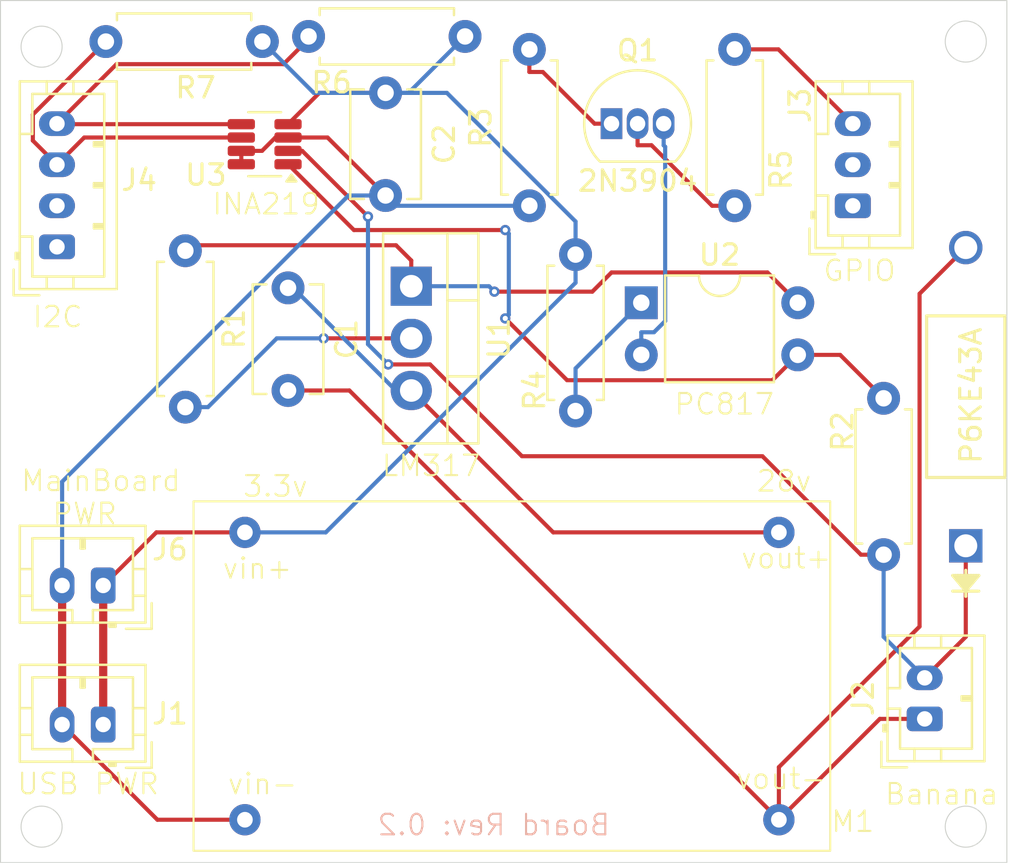
<source format=kicad_pcb>
(kicad_pcb (version 20240108) (generator "pcbnew") (generator_version "8.0")
  (layers (0 "F.Cu" signal) (31 "B.Cu" signal) (34 "B.Paste" user) (35 "F.Paste" user) (36 "B.SilkS" user "B.Silkscreen") (37 "F.SilkS" user "F.Silkscreen") (38 "B.Mask" user) (39 "F.Mask" user) (44 "Edge.Cuts" user))
  (net 0 "")
  (net 1 "GND_28")
  (net 2 "GND_3p3")
  (net 3 "3.3v")
  (net 5 "Net-(J3-Pin_3)")
  (net 6 "Net-(J4-Pin_4)")
  (net 8 "Net-(Q1-C)")
  (net 9 "Net-(Q1-B)")
  (net 10 "Net-(Q1-E)")
  (net 11 "Net-(U1-ADJ)")
  (net 12 "Net-(U1-VO)")
  (net 13 "Net-(U3-IN+)")
  (net 14 "Net-(R4-Pad2)")
  (net 15 "Net-(J4-Pin_3)")
  (net 16 "VCC_28")
  (net 17 "Net-(J2-Pin_2)")
  (footprint "Connector_JST:JST_PH_B2B-PH-K_1x02_P2.00mm_Vertical" (layer "F.Cu") (at 225 84 90)
    (property "Reference" "J2" (at 1 -3 90) (layer "F.SilkS"))
    (property "Value" "BANANA_OUT")
    (fp_line (start -1.11 -2.11) (end -2.36 -2.11) (stroke (width 0.12)) (layer "F.SilkS"))
    (fp_line (start -2.36 -2.11) (end -2.36 -0.86) (stroke (width 0.12)) (layer "F.SilkS"))
    (fp_line (start -0.3 -2.01) (end -0.6 -2.01) (stroke (width 0.12)) (layer "F.SilkS"))
    (fp_line (start -0.6 -2.01) (end -0.6 -1.81) (stroke (width 0.12)) (layer "F.SilkS"))
    (fp_line (start -0.3 -1.91) (end -0.6 -1.91) (stroke (width 0.12)) (layer "F.SilkS"))
    (fp_line (start 4.06 -1.81) (end -2.06 -1.81) (stroke (width 0.12)) (layer "F.SilkS"))
    (fp_line (start 0.5 -1.81) (end 0.5 -1.2) (stroke (width 0.12)) (layer "F.SilkS"))
    (fp_line (start -0.3 -1.81) (end -0.3 -2.01) (stroke (width 0.12)) (layer "F.SilkS"))
    (fp_line (start -2.06 -1.81) (end -2.06 2.91) (stroke (width 0.12)) (layer "F.SilkS"))
    (fp_line (start 3.45 -1.2) (end 1.5 -1.2) (stroke (width 0.12)) (layer "F.SilkS"))
    (fp_line (start 1.5 -1.2) (end 1.5 -1.81) (stroke (width 0.12)) (layer "F.SilkS"))
    (fp_line (start 0.5 -1.2) (end -1.45 -1.2) (stroke (width 0.12)) (layer "F.SilkS"))
    (fp_line (start -1.45 -1.2) (end -1.45 2.3) (stroke (width 0.12)) (layer "F.SilkS"))
    (fp_line (start 4.06 -0.5) (end 3.45 -0.5) (stroke (width 0.12)) (layer "F.SilkS"))
    (fp_line (start -2.06 -0.5) (end -1.45 -0.5) (stroke (width 0.12)) (layer "F.SilkS"))
    (fp_line (start 4.06 0.8) (end 3.45 0.8) (stroke (width 0.12)) (layer "F.SilkS"))
    (fp_line (start -2.06 0.8) (end -1.45 0.8) (stroke (width 0.12)) (layer "F.SilkS"))
    (fp_line (start 1.1 1.8) (end 1.1 2.3) (stroke (width 0.12)) (layer "F.SilkS"))
    (fp_line (start 0.9 1.8) (end 1.1 1.8) (stroke (width 0.12)) (layer "F.SilkS"))
    (fp_line (start 3.45 2.3) (end 3.45 -1.2) (stroke (width 0.12)) (layer "F.SilkS"))
    (fp_line (start 1 2.3) (end 1 1.8) (stroke (width 0.12)) (layer "F.SilkS"))
    (fp_line (start 0.9 2.3) (end 0.9 1.8) (stroke (width 0.12)) (layer "F.SilkS"))
    (fp_line (start -1.45 2.3) (end 3.45 2.3) (stroke (width 0.12)) (layer "F.SilkS"))
    (fp_line (start 4.06 2.91) (end 4.06 -1.81) (stroke (width 0.12)) (layer "F.SilkS"))
    (fp_line (start -2.06 2.91) (end 4.06 2.91) (stroke (width 0.12)) (layer "F.SilkS"))
    (pad "1" thru_hole roundrect (at 0 0 90) (size 1.2 1.75) (drill 0.75) (layers "*.Cu" "*.Mask") (roundrect_rratio 0.208333) (net 1 "GND_28"))
    (pad "2" thru_hole oval (at 2 0 90) (size 1.2 1.75) (drill 0.75) (layers "*.Cu" "*.Mask") (net 17 "Net-(J2-Pin_2)"))
  )
  (footprint "Capacitor_THT:C_Disc_D5.1mm_W3.2mm_P5.00mm" (layer "F.Cu") (at 194 63 -90)
    (property "Reference" "C1" (at 2.5 -2.85 90) (layer "F.SilkS"))
    (property "Value" ".1uF" (hide yes))
    (fp_line (start -0.17 1.721) (end 5.17 1.721) (stroke (width 0.12)) (layer "F.SilkS"))
    (fp_line (start -0.17 1.055) (end -0.17 1.721) (stroke (width 0.12)) (layer "F.SilkS"))
    (fp_line (start 5.17 1.055) (end 5.17 1.721) (stroke (width 0.12)) (layer "F.SilkS"))
    (fp_line (start -0.17 -1.721) (end -0.17 -1.055) (stroke (width 0.12)) (layer "F.SilkS"))
    (fp_line (start -0.17 -1.721) (end 5.17 -1.721) (stroke (width 0.12)) (layer "F.SilkS"))
    (fp_line (start 5.17 -1.721) (end 5.17 -1.055) (stroke (width 0.12)) (layer "F.SilkS"))
    (pad "1" thru_hole circle (at 0 0 270) (size 1.6 1.6) (drill 0.8) (layers "*.Cu" "*.Mask") (net 16 "VCC_28"))
    (pad "2" thru_hole circle (at 5 0 270) (size 1.6 1.6) (drill 0.8) (layers "*.Cu" "*.Mask") (net 1 "GND_28"))
  )
  (footprint "Package_TO_SOT_SMD:SOT-23-8" (layer "F.Cu") (at 192.8625 56 180)
    (property "Reference" "U3" (at 2.8625 -1.5 0) (layer "F.SilkS"))
    (property "Value" "INA219BxDCN" (hide yes))
    (fp_line (start 0 1.56) (end 0.8 1.56) (stroke (width 0.12)) (layer "F.SilkS"))
    (fp_line (start 0 1.56) (end -0.8 1.56) (stroke (width 0.12)) (layer "F.SilkS"))
    (fp_line (start 0 -1.56) (end 0.8 -1.56) (stroke (width 0.12)) (layer "F.SilkS"))
    (fp_line (start 0 -1.56) (end -0.8 -1.56) (stroke (width 0.12)) (layer "F.SilkS"))
    (fp_poly (pts (xy -1.3 -1.485) (xy -1.54 -1.815) (xy -1.06 -1.815) (xy -1.3 -1.485)) (stroke (width 0.12)) (fill solid) (layer "F.SilkS"))
    (pad "1" smd roundrect (at -1.1375 -0.975 180) (size 1.325 0.5) (layers "F.Cu" "F.Paste" "F.Mask") (net 13 "Net-(U3-IN+)"))
    (pad "2" smd roundrect (at -1.1375 -0.325 180) (size 1.325 0.5) (layers "F.Cu" "F.Paste" "F.Mask") (net 17 "Net-(J2-Pin_2)"))
    (pad "3" smd roundrect (at -1.1375 0.325 180) (size 1.325 0.5) (layers "F.Cu" "F.Paste" "F.Mask") (net 2 "GND_3p3"))
    (pad "4" smd roundrect (at -1.1375 0.975 180) (size 1.325 0.5) (layers "F.Cu" "F.Paste" "F.Mask") (net 3 "3.3v"))
    (pad "5" smd roundrect (at 1.1375 0.975 180) (size 1.325 0.5) (layers "F.Cu" "F.Paste" "F.Mask") (net 6 "Net-(J4-Pin_4)"))
    (pad "6" smd roundrect (at 1.1375 0.325 180) (size 1.325 0.5) (layers "F.Cu" "F.Paste" "F.Mask") (net 15 "Net-(J4-Pin_3)"))
    (pad "7" smd roundrect (at 1.1375 -0.325 180) (size 1.325 0.5) (layers "F.Cu" "F.Paste" "F.Mask") (net 2 "GND_3p3"))
    (pad "8" smd roundrect (at 1.1375 -0.975 180) (size 1.325 0.5) (layers "F.Cu" "F.Paste" "F.Mask") (net 2 "GND_3p3"))
  )
  (footprint "Resistor_THT:R_Axial_DIN0207_L6.3mm_D2.5mm_P7.62mm_Horizontal" (layer "F.Cu") (at 185.13 51)
    (property "Reference" "R7" (at 4.37 2.25 0) (layer "F.SilkS"))
    (property "Value" "3.3K")
    (fp_line (start 0.54 -1.37) (end 7.08 -1.37) (stroke (width 0.12)) (layer "F.SilkS"))
    (fp_line (start 0.54 -1.04) (end 0.54 -1.37) (stroke (width 0.12)) (layer "F.SilkS"))
    (fp_line (start 0.54 1.04) (end 0.54 1.37) (stroke (width 0.12)) (layer "F.SilkS"))
    (fp_line (start 0.54 1.37) (end 7.08 1.37) (stroke (width 0.12)) (layer "F.SilkS"))
    (fp_line (start 7.08 -1.37) (end 7.08 -1.04) (stroke (width 0.12)) (layer "F.SilkS"))
    (fp_line (start 7.08 1.37) (end 7.08 1.04) (stroke (width 0.12)) (layer "F.SilkS"))
    (pad "1" thru_hole circle (at 0 0) (size 1.6 1.6) (drill 0.8) (layers "*.Cu" "*.Mask") (net 15 "Net-(J4-Pin_3)"))
    (pad "2" thru_hole oval (at 7.62 0) (size 1.6 1.6) (drill 0.8) (layers "*.Cu" "*.Mask") (net 3 "3.3v"))
  )
  (footprint "Capacitor_THT:C_Disc_D5.1mm_W3.2mm_P5.00mm" (layer "F.Cu") (at 198.75 53.5 -90)
    (property "Reference" "C2" (at 2.5 -2.85 90) (layer "F.SilkS"))
    (property "Value" ".1uF")
    (fp_line (start -0.17 1.721) (end 5.17 1.721) (stroke (width 0.12)) (layer "F.SilkS"))
    (fp_line (start -0.17 1.055) (end -0.17 1.721) (stroke (width 0.12)) (layer "F.SilkS"))
    (fp_line (start 5.17 1.055) (end 5.17 1.721) (stroke (width 0.12)) (layer "F.SilkS"))
    (fp_line (start -0.17 -1.721) (end -0.17 -1.055) (stroke (width 0.12)) (layer "F.SilkS"))
    (fp_line (start -0.17 -1.721) (end 5.17 -1.721) (stroke (width 0.12)) (layer "F.SilkS"))
    (fp_line (start 5.17 -1.721) (end 5.17 -1.055) (stroke (width 0.12)) (layer "F.SilkS"))
    (pad "1" thru_hole circle (at 0 0 270) (size 1.6 1.6) (drill 0.8) (layers "*.Cu" "*.Mask") (net 3 "3.3v"))
    (pad "2" thru_hole circle (at 5 0 270) (size 1.6 1.6) (drill 0.8) (layers "*.Cu" "*.Mask") (net 2 "GND_3p3"))
  )
  (footprint "Resistor_THT:R_Axial_DIN0207_L6.3mm_D2.5mm_P7.62mm_Horizontal" (layer "F.Cu") (at 189 61.19 -90)
    (property "Reference" "R1" (at 3.81 -2.37 90) (layer "F.SilkS"))
    (property "Value" "110")
    (fp_line (start 0.54 1.37) (end 7.08 1.37) (stroke (width 0.12)) (layer "F.SilkS"))
    (fp_line (start 7.08 1.37) (end 7.08 1.04) (stroke (width 0.12)) (layer "F.SilkS"))
    (fp_line (start 0.54 1.04) (end 0.54 1.37) (stroke (width 0.12)) (layer "F.SilkS"))
    (fp_line (start 0.54 -1.04) (end 0.54 -1.37) (stroke (width 0.12)) (layer "F.SilkS"))
    (fp_line (start 0.54 -1.37) (end 7.08 -1.37) (stroke (width 0.12)) (layer "F.SilkS"))
    (fp_line (start 7.08 -1.37) (end 7.08 -1.04) (stroke (width 0.12)) (layer "F.SilkS"))
    (pad "1" thru_hole circle (at 0 0 270) (size 1.6 1.6) (drill 0.8) (layers "*.Cu" "*.Mask") (net 11 "Net-(U1-ADJ)"))
    (pad "2" thru_hole oval (at 7.62 0 270) (size 1.6 1.6) (drill 0.8) (layers "*.Cu" "*.Mask") (net 12 "Net-(U1-VO)"))
  )
  (footprint "Package_DIP:DIP-4_W7.62mm" (layer "F.Cu") (at 211.2 63.725)
    (property "Reference" "U2" (at 3.81 -2.33 0) (layer "F.SilkS"))
    (property "Value" "PC817" (hide yes))
    (fp_line (start 1.16 -1.33) (end 1.16 3.87) (stroke (width 0.12)) (layer "F.SilkS"))
    (fp_line (start 1.16 3.87) (end 6.46 3.87) (stroke (width 0.12)) (layer "F.SilkS"))
    (fp_line (start 2.81 -1.33) (end 1.16 -1.33) (stroke (width 0.12)) (layer "F.SilkS"))
    (fp_line (start 6.46 -1.33) (end 4.81 -1.33) (stroke (width 0.12)) (layer "F.SilkS"))
    (fp_line (start 6.46 3.87) (end 6.46 -1.33) (stroke (width 0.12)) (layer "F.SilkS"))
    (fp_arc (start 4.81 -1.33) (mid 3.81 -0.33) (end 2.81 -1.33) (stroke (width 0.12)) (layer "F.SilkS"))
    (pad "1" thru_hole rect (at 0 0) (size 1.6 1.6) (drill 0.8) (layers "*.Cu" "*.Mask") (net 14 "Net-(R4-Pad2)"))
    (pad "2" thru_hole oval (at 0 2.54) (size 1.6 1.6) (drill 0.8) (layers "*.Cu" "*.Mask") (net 8 "Net-(Q1-C)"))
    (pad "3" thru_hole oval (at 7.62 2.54) (size 1.6 1.6) (drill 0.8) (layers "*.Cu" "*.Mask") (net 13 "Net-(U3-IN+)"))
    (pad "4" thru_hole oval (at 7.62 0) (size 1.6 1.6) (drill 0.8) (layers "*.Cu" "*.Mask") (net 11 "Net-(U1-ADJ)"))
  )
  (footprint "Connector_JST:JST_PH_B4B-PH-K_1x04_P2.00mm_Vertical" (layer "F.Cu") (at 182.75 61 90)
    (property "Reference" "J4" (at 3.25 4 0) (layer "F.SilkS"))
    (property "Value" "I2C Connector")
    (fp_line (start -1.11 -2.11) (end -2.36 -2.11) (stroke (width 0.12)) (layer "F.SilkS"))
    (fp_line (start -2.36 -2.11) (end -2.36 -0.86) (stroke (width 0.12)) (layer "F.SilkS"))
    (fp_line (start -0.3 -2.01) (end -0.6 -2.01) (stroke (width 0.12)) (layer "F.SilkS"))
    (fp_line (start -0.6 -2.01) (end -0.6 -1.81) (stroke (width 0.12)) (layer "F.SilkS"))
    (fp_line (start -0.3 -1.91) (end -0.6 -1.91) (stroke (width 0.12)) (layer "F.SilkS"))
    (fp_line (start 8.06 -1.81) (end -2.06 -1.81) (stroke (width 0.12)) (layer "F.SilkS"))
    (fp_line (start 0.5 -1.81) (end 0.5 -1.2) (stroke (width 0.12)) (layer "F.SilkS"))
    (fp_line (start -0.3 -1.81) (end -0.3 -2.01) (stroke (width 0.12)) (layer "F.SilkS"))
    (fp_line (start -2.06 -1.81) (end -2.06 2.91) (stroke (width 0.12)) (layer "F.SilkS"))
    (fp_line (start 7.45 -1.2) (end 5.5 -1.2) (stroke (width 0.12)) (layer "F.SilkS"))
    (fp_line (start 5.5 -1.2) (end 5.5 -1.81) (stroke (width 0.12)) (layer "F.SilkS"))
    (fp_line (start 0.5 -1.2) (end -1.45 -1.2) (stroke (width 0.12)) (layer "F.SilkS"))
    (fp_line (start -1.45 -1.2) (end -1.45 2.3) (stroke (width 0.12)) (layer "F.SilkS"))
    (fp_line (start 8.06 -0.5) (end 7.45 -0.5) (stroke (width 0.12)) (layer "F.SilkS"))
    (fp_line (start -2.06 -0.5) (end -1.45 -0.5) (stroke (width 0.12)) (layer "F.SilkS"))
    (fp_line (start 8.06 0.8) (end 7.45 0.8) (stroke (width 0.12)) (layer "F.SilkS"))
    (fp_line (start -2.06 0.8) (end -1.45 0.8) (stroke (width 0.12)) (layer "F.SilkS"))
    (fp_line (start 5.1 1.8) (end 5.1 2.3) (stroke (width 0.12)) (layer "F.SilkS"))
    (fp_line (start 4.9 1.8) (end 5.1 1.8) (stroke (width 0.12)) (layer "F.SilkS"))
    (fp_line (start 3.1 1.8) (end 3.1 2.3) (stroke (width 0.12)) (layer "F.SilkS"))
    (fp_line (start 2.9 1.8) (end 3.1 1.8) (stroke (width 0.12)) (layer "F.SilkS"))
    (fp_line (start 1.1 1.8) (end 1.1 2.3) (stroke (width 0.12)) (layer "F.SilkS"))
    (fp_line (start 0.9 1.8) (end 1.1 1.8) (stroke (width 0.12)) (layer "F.SilkS"))
    (fp_line (start 7.45 2.3) (end 7.45 -1.2) (stroke (width 0.12)) (layer "F.SilkS"))
    (fp_line (start 5 2.3) (end 5 1.8) (stroke (width 0.12)) (layer "F.SilkS"))
    (fp_line (start 4.9 2.3) (end 4.9 1.8) (stroke (width 0.12)) (layer "F.SilkS"))
    (fp_line (start 3 2.3) (end 3 1.8) (stroke (width 0.12)) (layer "F.SilkS"))
    (fp_line (start 2.9 2.3) (end 2.9 1.8) (stroke (width 0.12)) (layer "F.SilkS"))
    (fp_line (start 1 2.3) (end 1 1.8) (stroke (width 0.12)) (layer "F.SilkS"))
    (fp_line (start 0.9 2.3) (end 0.9 1.8) (stroke (width 0.12)) (layer "F.SilkS"))
    (fp_line (start -1.45 2.3) (end 7.45 2.3) (stroke (width 0.12)) (layer "F.SilkS"))
    (fp_line (start 8.06 2.91) (end 8.06 -1.81) (stroke (width 0.12)) (layer "F.SilkS"))
    (fp_line (start -2.06 2.91) (end 8.06 2.91) (stroke (width 0.12)) (layer "F.SilkS"))
    (pad "1" thru_hole roundrect (at 0 0 90) (size 1.2 1.75) (drill 0.75) (layers "*.Cu" "*.Mask") (roundrect_rratio 0.208333))
    (pad "2" thru_hole oval (at 2 0 90) (size 1.2 1.75) (drill 0.75) (layers "*.Cu" "*.Mask"))
    (pad "3" thru_hole oval (at 4 0 90) (size 1.2 1.75) (drill 0.75) (layers "*.Cu" "*.Mask") (net 15 "Net-(J4-Pin_3)"))
    (pad "4" thru_hole oval (at 6 0 90) (size 1.2 1.75) (drill 0.75) (layers "*.Cu" "*.Mask") (net 6 "Net-(J4-Pin_4)"))
  )
  (footprint "Resistor_THT:R_Axial_DIN0207_L6.3mm_D2.5mm_P7.62mm_Horizontal" (layer "F.Cu") (at 195 50.75)
    (property "Reference" "R6" (at 1.12 2.25 0) (layer "F.SilkS"))
    (property "Value" "3.3K" (hide yes))
    (fp_line (start 0.54 -1.37) (end 7.08 -1.37) (stroke (width 0.12)) (layer "F.SilkS"))
    (fp_line (start 0.54 -1.04) (end 0.54 -1.37) (stroke (width 0.12)) (layer "F.SilkS"))
    (fp_line (start 0.54 1.04) (end 0.54 1.37) (stroke (width 0.12)) (layer "F.SilkS"))
    (fp_line (start 0.54 1.37) (end 7.08 1.37) (stroke (width 0.12)) (layer "F.SilkS"))
    (fp_line (start 7.08 -1.37) (end 7.08 -1.04) (stroke (width 0.12)) (layer "F.SilkS"))
    (fp_line (start 7.08 1.37) (end 7.08 1.04) (stroke (width 0.12)) (layer "F.SilkS"))
    (pad "1" thru_hole circle (at 0 0) (size 1.6 1.6) (drill 0.8) (layers "*.Cu" "*.Mask") (net 6 "Net-(J4-Pin_4)"))
    (pad "2" thru_hole oval (at 7.62 0) (size 1.6 1.6) (drill 0.8) (layers "*.Cu" "*.Mask") (net 3 "3.3v"))
  )
  (footprint "Resistor_THT:R_Axial_DIN0207_L6.3mm_D2.5mm_P7.62mm_Horizontal" (layer "F.Cu") (at 205.75 59 90)
    (property "Reference" "R3" (at 3.81 -2.37 90) (layer "F.SilkS"))
    (property "Value" "110")
    (fp_line (start 7.08 -1.37) (end 7.08 -1.04) (stroke (width 0.12)) (layer "F.SilkS"))
    (fp_line (start 0.54 -1.37) (end 7.08 -1.37) (stroke (width 0.12)) (layer "F.SilkS"))
    (fp_line (start 0.54 -1.04) (end 0.54 -1.37) (stroke (width 0.12)) (layer "F.SilkS"))
    (fp_line (start 0.54 1.04) (end 0.54 1.37) (stroke (width 0.12)) (layer "F.SilkS"))
    (fp_line (start 7.08 1.37) (end 7.08 1.04) (stroke (width 0.12)) (layer "F.SilkS"))
    (fp_line (start 0.54 1.37) (end 7.08 1.37) (stroke (width 0.12)) (layer "F.SilkS"))
    (pad "1" thru_hole circle (at 0 0 90) (size 1.6 1.6) (drill 0.8) (layers "*.Cu" "*.Mask") (net 2 "GND_3p3"))
    (pad "2" thru_hole oval (at 7.62 0 90) (size 1.6 1.6) (drill 0.8) (layers "*.Cu" "*.Mask") (net 10 "Net-(Q1-E)"))
  )
  (footprint "tvs:P6KESeries_LTF" (layer "F.Cu") (at 227 75.5659 90)
    (property "Reference" "CR1" (hide yes))
    (property "Value" "P6KE43A" (at 7.3159 0.25 90) (layer "F.SilkS"))
    (fp_line (start 11.2014 -1.905) (end 3.3274 -1.905) (stroke (width 0.1524)) (layer "F.SilkS"))
    (fp_line (start 3.3274 -1.905) (end 3.3274 1.905) (stroke (width 0.1524)) (layer "F.SilkS"))
    (fp_line (start -1.4478 -0.635) (end -1.4478 0.635) (stroke (width 0.1524)) (layer "F.SilkS"))
    (fp_line (start -2.2098 -0.635) (end -2.2098 0.635) (stroke (width 0.1524)) (layer "F.SilkS"))
    (fp_line (start -1.1938 0) (end -2.4638 0) (stroke (width 0.1524)) (layer "F.SilkS"))
    (fp_line (start -2.2098 0) (end -1.4478 -0.635) (stroke (width 0.1524)) (layer "F.SilkS"))
    (fp_line (start -2.2098 0) (end -1.4478 -0.508) (stroke (width 0.1524)) (layer "F.SilkS"))
    (fp_line (start -2.2098 0) (end -1.4478 -0.381) (stroke (width 0.1524)) (layer "F.SilkS"))
    (fp_line (start -2.2098 0) (end -1.4478 -0.254) (stroke (width 0.1524)) (layer "F.SilkS"))
    (fp_line (start -2.2098 0) (end -1.4478 -0.127) (stroke (width 0.1524)) (layer "F.SilkS"))
    (fp_line (start -2.2098 0) (end -1.4478 0.127) (stroke (width 0.1524)) (layer "F.SilkS"))
    (fp_line (start -2.2098 0) (end -1.4478 0.254) (stroke (width 0.1524)) (layer "F.SilkS"))
    (fp_line (start -2.2098 0) (end -1.4478 0.381) (stroke (width 0.1524)) (layer "F.SilkS"))
    (fp_line (start -2.2098 0) (end -1.4478 0.508) (stroke (width 0.1524)) (layer "F.SilkS"))
    (fp_line (start -2.2098 0) (end -1.4478 0.635) (stroke (width 0.1524)) (layer "F.SilkS"))
    (fp_line (start 11.2014 1.905) (end 11.2014 -1.905) (stroke (width 0.1524)) (layer "F.SilkS"))
    (fp_line (start 3.3274 1.905) (end 11.2014 1.905) (stroke (width 0.1524)) (layer "F.SilkS"))
    (pad "1" thru_hole rect (at 0 0 90) (size 1.6256 1.6256) (drill 1.1176) (layers "*.Cu" "*.Mask") (net 17 "Net-(J2-Pin_2)"))
    (pad "2" thru_hole circle (at 14.5288 0 90) (size 1.6256 1.6256) (drill 1.1176) (layers "*.Cu" "*.Mask") (net 1 "GND_28"))
  )
  (footprint "Package_TO_SOT_THT:TO-220-3_Vertical" (layer "F.Cu") (at 200 62.92 -90)
    (property "Reference" "U1" (at 2.54 -4.27 90) (layer "F.SilkS"))
    (property "Value" "LM317_TO-220")
    (fp_line (start -2.58 1.371) (end 7.66 1.371) (stroke (width 0.12)) (layer "F.SilkS"))
    (fp_line (start -2.58 -1.76) (end 7.66 -1.76) (stroke (width 0.12)) (layer "F.SilkS"))
    (fp_line (start -2.58 -3.27) (end -2.58 1.371) (stroke (width 0.12)) (layer "F.SilkS"))
    (fp_line (start -2.58 -3.27) (end 7.66 -3.27) (stroke (width 0.12)) (layer "F.SilkS"))
    (fp_line (start 0.69 -3.27) (end 0.69 -1.76) (stroke (width 0.12)) (layer "F.SilkS"))
    (fp_line (start 4.391 -3.27) (end 4.391 -1.76) (stroke (width 0.12)) (layer "F.SilkS"))
    (fp_line (start 7.66 -3.27) (end 7.66 1.371) (stroke (width 0.12)) (layer "F.SilkS"))
    (pad "1" thru_hole rect (at 0 0 270) (size 1.905 2) (drill 1.1) (layers "*.Cu" "*.Mask") (net 11 "Net-(U1-ADJ)"))
    (pad "2" thru_hole oval (at 2.54 0 270) (size 1.905 2) (drill 1.1) (layers "*.Cu" "*.Mask") (net 12 "Net-(U1-VO)"))
    (pad "3" thru_hole oval (at 5.08 0 270) (size 1.905 2) (drill 1.1) (layers "*.Cu" "*.Mask") (net 16 "VCC_28"))
  )
  (footprint "Connector_JST:JST_PH_B2B-PH-K_1x02_P2.00mm_Vertical" (layer "F.Cu") (at 185 84.2746 180)
    (property "Reference" "J1" (at -3.25 0.5246 0) (layer "F.SilkS"))
    (property "Value" "USB_MICRO_PWR_CONN" (hide yes))
    (fp_line (start 4.06 2.91) (end 4.06 -1.81) (stroke (width 0.12)) (layer "F.SilkS"))
    (fp_line (start 4.06 0.8) (end 3.45 0.8) (stroke (width 0.12)) (layer "F.SilkS"))
    (fp_line (start 4.06 -0.5) (end 3.45 -0.5) (stroke (width 0.12)) (layer "F.SilkS"))
    (fp_line (start 4.06 -1.81) (end -2.06 -1.81) (stroke (width 0.12)) (layer "F.SilkS"))
    (fp_line (start 3.45 2.3) (end 3.45 -1.2) (stroke (width 0.12)) (layer "F.SilkS"))
    (fp_line (start 3.45 -1.2) (end 1.5 -1.2) (stroke (width 0.12)) (layer "F.SilkS"))
    (fp_line (start 1.5 -1.2) (end 1.5 -1.81) (stroke (width 0.12)) (layer "F.SilkS"))
    (fp_line (start 1.1 1.8) (end 1.1 2.3) (stroke (width 0.12)) (layer "F.SilkS"))
    (fp_line (start 1 2.3) (end 1 1.8) (stroke (width 0.12)) (layer "F.SilkS"))
    (fp_line (start 0.9 2.3) (end 0.9 1.8) (stroke (width 0.12)) (layer "F.SilkS"))
    (fp_line (start 0.9 1.8) (end 1.1 1.8) (stroke (width 0.12)) (layer "F.SilkS"))
    (fp_line (start 0.5 -1.2) (end -1.45 -1.2) (stroke (width 0.12)) (layer "F.SilkS"))
    (fp_line (start 0.5 -1.81) (end 0.5 -1.2) (stroke (width 0.12)) (layer "F.SilkS"))
    (fp_line (start -0.3 -1.81) (end -0.3 -2.01) (stroke (width 0.12)) (layer "F.SilkS"))
    (fp_line (start -0.3 -1.91) (end -0.6 -1.91) (stroke (width 0.12)) (layer "F.SilkS"))
    (fp_line (start -0.3 -2.01) (end -0.6 -2.01) (stroke (width 0.12)) (layer "F.SilkS"))
    (fp_line (start -0.6 -2.01) (end -0.6 -1.81) (stroke (width 0.12)) (layer "F.SilkS"))
    (fp_line (start -1.11 -2.11) (end -2.36 -2.11) (stroke (width 0.12)) (layer "F.SilkS"))
    (fp_line (start -1.45 2.3) (end 3.45 2.3) (stroke (width 0.12)) (layer "F.SilkS"))
    (fp_line (start -1.45 -1.2) (end -1.45 2.3) (stroke (width 0.12)) (layer "F.SilkS"))
    (fp_line (start -2.06 2.91) (end 4.06 2.91) (stroke (width 0.12)) (layer "F.SilkS"))
    (fp_line (start -2.06 0.8) (end -1.45 0.8) (stroke (width 0.12)) (layer "F.SilkS"))
    (fp_line (start -2.06 -0.5) (end -1.45 -0.5) (stroke (width 0.12)) (layer "F.SilkS"))
    (fp_line (start -2.06 -1.81) (end -2.06 2.91) (stroke (width 0.12)) (layer "F.SilkS"))
    (fp_line (start -2.36 -2.11) (end -2.36 -0.86) (stroke (width 0.12)) (layer "F.SilkS"))
    (pad "1" thru_hole roundrect (at 0 0 180) (size 1.2 1.75) (drill 0.75) (layers "*.Cu" "*.Mask") (roundrect_rratio 0.208333) (net 3 "3.3v"))
    (pad "2" thru_hole oval (at 2 0 180) (size 1.2 1.75) (drill 0.75) (layers "*.Cu" "*.Mask") (net 2 "GND_3p3"))
  )
  (footprint "Connector_JST:JST_PH_B2B-PH-K_1x02_P2.00mm_Vertical" (layer "F.Cu") (at 185 77.5 180)
    (property "Reference" "J6" (at -3.25 1.75 0) (layer "F.SilkS"))
    (property "Value" "PWR_MAINBRD_3p3" (hide yes))
    (fp_line (start 4.06 2.91) (end 4.06 -1.81) (stroke (width 0.12)) (layer "F.SilkS"))
    (fp_line (start 4.06 0.8) (end 3.45 0.8) (stroke (width 0.12)) (layer "F.SilkS"))
    (fp_line (start 4.06 -0.5) (end 3.45 -0.5) (stroke (width 0.12)) (layer "F.SilkS"))
    (fp_line (start 4.06 -1.81) (end -2.06 -1.81) (stroke (width 0.12)) (layer "F.SilkS"))
    (fp_line (start 3.45 2.3) (end 3.45 -1.2) (stroke (width 0.12)) (layer "F.SilkS"))
    (fp_line (start 3.45 -1.2) (end 1.5 -1.2) (stroke (width 0.12)) (layer "F.SilkS"))
    (fp_line (start 1.5 -1.2) (end 1.5 -1.81) (stroke (width 0.12)) (layer "F.SilkS"))
    (fp_line (start 1.1 1.8) (end 1.1 2.3) (stroke (width 0.12)) (layer "F.SilkS"))
    (fp_line (start 1 2.3) (end 1 1.8) (stroke (width 0.12)) (layer "F.SilkS"))
    (fp_line (start 0.9 2.3) (end 0.9 1.8) (stroke (width 0.12)) (layer "F.SilkS"))
    (fp_line (start 0.9 1.8) (end 1.1 1.8) (stroke (width 0.12)) (layer "F.SilkS"))
    (fp_line (start 0.5 -1.2) (end -1.45 -1.2) (stroke (width 0.12)) (layer "F.SilkS"))
    (fp_line (start 0.5 -1.81) (end 0.5 -1.2) (stroke (width 0.12)) (layer "F.SilkS"))
    (fp_line (start -0.3 -1.81) (end -0.3 -2.01) (stroke (width 0.12)) (layer "F.SilkS"))
    (fp_line (start -0.3 -1.91) (end -0.6 -1.91) (stroke (width 0.12)) (layer "F.SilkS"))
    (fp_line (start -0.3 -2.01) (end -0.6 -2.01) (stroke (width 0.12)) (layer "F.SilkS"))
    (fp_line (start -0.6 -2.01) (end -0.6 -1.81) (stroke (width 0.12)) (layer "F.SilkS"))
    (fp_line (start -1.11 -2.11) (end -2.36 -2.11) (stroke (width 0.12)) (layer "F.SilkS"))
    (fp_line (start -1.45 2.3) (end 3.45 2.3) (stroke (width 0.12)) (layer "F.SilkS"))
    (fp_line (start -1.45 -1.2) (end -1.45 2.3) (stroke (width 0.12)) (layer "F.SilkS"))
    (fp_line (start -2.06 2.91) (end 4.06 2.91) (stroke (width 0.12)) (layer "F.SilkS"))
    (fp_line (start -2.06 0.8) (end -1.45 0.8) (stroke (width 0.12)) (layer "F.SilkS"))
    (fp_line (start -2.06 -0.5) (end -1.45 -0.5) (stroke (width 0.12)) (layer "F.SilkS"))
    (fp_line (start -2.06 -1.81) (end -2.06 2.91) (stroke (width 0.12)) (layer "F.SilkS"))
    (fp_line (start -2.36 -2.11) (end -2.36 -0.86) (stroke (width 0.12)) (layer "F.SilkS"))
    (pad "1" thru_hole roundrect (at 0 0 180) (size 1.2 1.75) (drill 0.75) (layers "*.Cu" "*.Mask") (roundrect_rratio 0.208333) (net 3 "3.3v"))
    (pad "2" thru_hole oval (at 2 0 180) (size 1.2 1.75) (drill 0.75) (layers "*.Cu" "*.Mask") (net 2 "GND_3p3"))
  )
  (footprint "Resistor_THT:R_Axial_DIN0207_L6.3mm_D2.5mm_P7.62mm_Horizontal" (layer "F.Cu") (at 215.75 51.38 -90)
    (property "Reference" "R5" (at 5.87 -2.25 90) (layer "F.SilkS"))
    (property "Value" "1K")
    (fp_line (start 0.54 1.37) (end 7.08 1.37) (stroke (width 0.12)) (layer "F.SilkS"))
    (fp_line (start 7.08 1.37) (end 7.08 1.04) (stroke (width 0.12)) (layer "F.SilkS"))
    (fp_line (start 0.54 1.04) (end 0.54 1.37) (stroke (width 0.12)) (layer "F.SilkS"))
    (fp_line (start 0.54 -1.04) (end 0.54 -1.37) (stroke (width 0.12)) (layer "F.SilkS"))
    (fp_line (start 0.54 -1.37) (end 7.08 -1.37) (stroke (width 0.12)) (layer "F.SilkS"))
    (fp_line (start 7.08 -1.37) (end 7.08 -1.04) (stroke (width 0.12)) (layer "F.SilkS"))
    (pad "1" thru_hole circle (at 0 0 270) (size 1.6 1.6) (drill 0.8) (layers "*.Cu" "*.Mask") (net 5 "Net-(J3-Pin_3)"))
    (pad "2" thru_hole oval (at 7.62 0 270) (size 1.6 1.6) (drill 0.8) (layers "*.Cu" "*.Mask") (net 9 "Net-(Q1-B)"))
  )
  (footprint "Package_TO_SOT_THT:TO-92_Inline" (layer "F.Cu") (at 209.75 55)
    (property "Reference" "Q1" (at 1.27 -3.56 0) (layer "F.SilkS"))
    (property "Value" "2N3904" (at 1.27 2.79 0) (layer "F.SilkS"))
    (fp_line (start -0.53 1.85) (end 3.07 1.85) (stroke (width 0.12)) (layer "F.SilkS"))
    (fp_arc (start -0.568478 1.838478) (mid -1.132087 -0.994977) (end 1.27 -2.6) (stroke (width 0.12)) (layer "F.SilkS"))
    (fp_arc (start 1.27 -2.6) (mid 3.672087 -0.994977) (end 3.108478 1.838478) (stroke (width 0.12)) (layer "F.SilkS"))
    (pad "1" thru_hole rect (at 0 0) (size 1.05 1.5) (drill 0.75) (layers "*.Cu" "*.Mask") (net 10 "Net-(Q1-E)"))
    (pad "2" thru_hole oval (at 1.27 0) (size 1.05 1.5) (drill 0.75) (layers "*.Cu" "*.Mask") (net 9 "Net-(Q1-B)"))
    (pad "3" thru_hole oval (at 2.54 0) (size 1.05 1.5) (drill 0.75) (layers "*.Cu" "*.Mask") (net 8 "Net-(Q1-C)"))
  )
  (footprint "Connector_JST:JST_PH_B3B-PH-K_1x03_P2.00mm_Vertical" (layer "F.Cu") (at 221.5 59 90)
    (property "Reference" "J3" (at 4.89125 -2.57085 90) (layer "F.SilkS"))
    (property "Value" "GPIO_CONNECTOR")
    (fp_line (start -1.11 -2.11) (end -2.36 -2.11) (stroke (width 0.12)) (layer "F.SilkS"))
    (fp_line (start -2.36 -2.11) (end -2.36 -0.86) (stroke (width 0.12)) (layer "F.SilkS"))
    (fp_line (start -0.3 -2.01) (end -0.6 -2.01) (stroke (width 0.12)) (layer "F.SilkS"))
    (fp_line (start -0.6 -2.01) (end -0.6 -1.81) (stroke (width 0.12)) (layer "F.SilkS"))
    (fp_line (start -0.3 -1.91) (end -0.6 -1.91) (stroke (width 0.12)) (layer "F.SilkS"))
    (fp_line (start 6.06 -1.81) (end -2.06 -1.81) (stroke (width 0.12)) (layer "F.SilkS"))
    (fp_line (start 0.5 -1.81) (end 0.5 -1.2) (stroke (width 0.12)) (layer "F.SilkS"))
    (fp_line (start -0.3 -1.81) (end -0.3 -2.01) (stroke (width 0.12)) (layer "F.SilkS"))
    (fp_line (start -2.06 -1.81) (end -2.06 2.91) (stroke (width 0.12)) (layer "F.SilkS"))
    (fp_line (start 5.45 -1.2) (end 3.5 -1.2) (stroke (width 0.12)) (layer "F.SilkS"))
    (fp_line (start 3.5 -1.2) (end 3.5 -1.81) (stroke (width 0.12)) (layer "F.SilkS"))
    (fp_line (start 0.5 -1.2) (end -1.45 -1.2) (stroke (width 0.12)) (layer "F.SilkS"))
    (fp_line (start -1.45 -1.2) (end -1.45 2.3) (stroke (width 0.12)) (layer "F.SilkS"))
    (fp_line (start 6.06 -0.5) (end 5.45 -0.5) (stroke (width 0.12)) (layer "F.SilkS"))
    (fp_line (start -2.06 -0.5) (end -1.45 -0.5) (stroke (width 0.12)) (layer "F.SilkS"))
    (fp_line (start 6.06 0.8) (end 5.45 0.8) (stroke (width 0.12)) (layer "F.SilkS"))
    (fp_line (start -2.06 0.8) (end -1.45 0.8) (stroke (width 0.12)) (layer "F.SilkS"))
    (fp_line (start 3.1 1.8) (end 3.1 2.3) (stroke (width 0.12)) (layer "F.SilkS"))
    (fp_line (start 2.9 1.8) (end 3.1 1.8) (stroke (width 0.12)) (layer "F.SilkS"))
    (fp_line (start 1.1 1.8) (end 1.1 2.3) (stroke (width 0.12)) (layer "F.SilkS"))
    (fp_line (start 0.9 1.8) (end 1.1 1.8) (stroke (width 0.12)) (layer "F.SilkS"))
    (fp_line (start 5.45 2.3) (end 5.45 -1.2) (stroke (width 0.12)) (layer "F.SilkS"))
    (fp_line (start 3 2.3) (end 3 1.8) (stroke (width 0.12)) (layer "F.SilkS"))
    (fp_line (start 2.9 2.3) (end 2.9 1.8) (stroke (width 0.12)) (layer "F.SilkS"))
    (fp_line (start 1 2.3) (end 1 1.8) (stroke (width 0.12)) (layer "F.SilkS"))
    (fp_line (start 0.9 2.3) (end 0.9 1.8) (stroke (width 0.12)) (layer "F.SilkS"))
    (fp_line (start -1.45 2.3) (end 5.45 2.3) (stroke (width 0.12)) (layer "F.SilkS"))
    (fp_line (start 6.06 2.91) (end 6.06 -1.81) (stroke (width 0.12)) (layer "F.SilkS"))
    (fp_line (start -2.06 2.91) (end 6.06 2.91) (stroke (width 0.12)) (layer "F.SilkS"))
    (pad "1" thru_hole roundrect (at 0 0 90) (size 1.2 1.75) (drill 0.75) (layers "*.Cu" "*.Mask") (roundrect_rratio 0.208333))
    (pad "2" thru_hole oval (at 2 0 90) (size 1.2 1.75) (drill 0.75) (layers "*.Cu" "*.Mask"))
    (pad "3" thru_hole oval (at 4 0 90) (size 1.2 1.75) (drill 0.75) (layers "*.Cu" "*.Mask") (net 5 "Net-(J3-Pin_3)"))
  )
  (footprint "Resistor_THT:R_Axial_DIN0207_L6.3mm_D2.5mm_P7.62mm_Horizontal" (layer "F.Cu") (at 223 68.38 -90)
    (property "Reference" "R2" (at 1.62 2 90) (layer "F.SilkS"))
    (property "Value" "10")
    (fp_line (start 0.54 1.37) (end 7.08 1.37) (stroke (width 0.12)) (layer "F.SilkS"))
    (fp_line (start 7.08 1.37) (end 7.08 1.04) (stroke (width 0.12)) (layer "F.SilkS"))
    (fp_line (start 0.54 1.04) (end 0.54 1.37) (stroke (width 0.12)) (layer "F.SilkS"))
    (fp_line (start 0.54 -1.04) (end 0.54 -1.37) (stroke (width 0.12)) (layer "F.SilkS"))
    (fp_line (start 0.54 -1.37) (end 7.08 -1.37) (stroke (width 0.12)) (layer "F.SilkS"))
    (fp_line (start 7.08 -1.37) (end 7.08 -1.04) (stroke (width 0.12)) (layer "F.SilkS"))
    (pad "1" thru_hole circle (at 0 0 270) (size 1.6 1.6) (drill 0.8) (layers "*.Cu" "*.Mask") (net 13 "Net-(U3-IN+)"))
    (pad "2" thru_hole oval (at 7.62 0 270) (size 1.6 1.6) (drill 0.8) (layers "*.Cu" "*.Mask") (net 17 "Net-(J2-Pin_2)"))
  )
  (footprint "PWR_MODULES:CMT3608_PWR_MODULE_w_USB" (layer "F.Cu") (at 220.4 90.4 90)
    (property "Reference" "M1" (at 1.4 1.1 0) (layer "F.SilkS") (effects (font (thickness 0.1))))
    (property "Value" "~")
    (fp_rect (start -0.0254 -31) (end 17 0) (stroke (width 0.1)) (fill none) (layer "F.SilkS"))
    (fp_text user "vout+" (at 13.65 -4.4 0) (layer "F.SilkS") (effects (font (thickness 0.1)) (justify left bottom)))
    (fp_text user "vin-" (at 2.65 -29.4 0) (layer "F.SilkS") (effects (font (thickness 0.1)) (justify left bottom)))
    (fp_text user "vout-" (at 2.9 -4.65 0) (layer "F.SilkS") (effects (font (thickness 0.1)) (justify left bottom)))
    (fp_text user "vin+" (at 13.15 -29.65 0) (layer "F.SilkS") (effects (font (thickness 0.1)) (justify left bottom)))
    (pad "1" thru_hole circle (at 1.4873 -28.5 90) (size 1.524 1.524) (drill 0.762) (layers "*.Cu" "*.Mask") (net 2 "GND_3p3"))
    (pad "2" thru_hole circle (at 15.4873 -28.5 90) (size 1.524 1.524) (drill 0.762) (layers "*.Cu" "*.Mask") (net 3 "3.3v"))
    (pad "3" thru_hole circle (at 1.4873 -2.5 90) (size 1.524 1.524) (drill 0.762) (layers "*.Cu" "*.Mask") (net 1 "GND_28"))
    (pad "4" thru_hole circle (at 15.4873 -2.5 90) (size 1.524 1.524) (drill 0.762) (layers "*.Cu" "*.Mask") (net 16 "VCC_28"))
  )
  (footprint "Resistor_THT:R_Axial_DIN0207_L6.3mm_D2.5mm_P7.62mm_Horizontal" (layer "F.Cu") (at 208 61.38 -90)
    (property "Reference" "R4" (at 6.62 2 90) (layer "F.SilkS"))
    (property "Value" "110")
    (fp_line (start 0.54 1.37) (end 7.08 1.37) (stroke (width 0.12)) (layer "F.SilkS"))
    (fp_line (start 7.08 1.37) (end 7.08 1.04) (stroke (width 0.12)) (layer "F.SilkS"))
    (fp_line (start 0.54 1.04) (end 0.54 1.37) (stroke (width 0.12)) (layer "F.SilkS"))
    (fp_line (start 0.54 -1.04) (end 0.54 -1.37) (stroke (width 0.12)) (layer "F.SilkS"))
    (fp_line (start 0.54 -1.37) (end 7.08 -1.37) (stroke (width 0.12)) (layer "F.SilkS"))
    (fp_line (start 7.08 -1.37) (end 7.08 -1.04) (stroke (width 0.12)) (layer "F.SilkS"))
    (pad "1" thru_hole circle (at 0 0 270) (size 1.6 1.6) (drill 0.8) (layers "*.Cu" "*.Mask") (net 3 "3.3v"))
    (pad "2" thru_hole oval (at 7.62 0 270) (size 1.6 1.6) (drill 0.8) (layers "*.Cu" "*.Mask") (net 14 "Net-(R4-Pad2)"))
  )
  (gr_circle (center 182 89.25) (end 183 89.25) (stroke (width 0.05)) (fill none) (layer "Edge.Cuts"))
  (gr_rect (start 180 49) (end 229 91) (stroke (width 0.05)) (fill none) (layer "Edge.Cuts"))
  (gr_circle (center 227 51) (end 228 51) (stroke (width 0.05)) (fill none) (layer "Edge.Cuts"))
  (gr_circle (center 182 51.25) (end 183 51.25) (stroke (width 0.05)) (fill none) (layer "Edge.Cuts"))
  (gr_circle (center 227 89.25) (end 228 89.25) (stroke (width 0.05)) (fill none) (layer "Edge.Cuts"))
  (gr_text "Board Rev: 0.2" (at 209.75 89.75 0) (layer "B.SilkS") (effects (font (size 1 1) (thickness 0.1)) (justify left bottom mirror)))
  (gr_text "INA219" (at 190.25 59.5 0) (layer "F.SilkS") (effects (font (size 1 1) (thickness 0.1)) (justify left bottom)))
  (gr_text "LM317" (at 198.5 72.25 0) (layer "F.SilkS") (effects (font (size 1 1) (thickness 0.1)) (justify left bottom)))
  (gr_text "MainBoard\n  PWR" (at 180.94 74.59 0) (layer "F.SilkS") (effects (font (size 1 1) (thickness 0.1)) (justify left bottom)))
  (gr_text "3.3v" (at 191.75 73.25 0) (layer "F.SilkS") (effects (font (size 1 1) (thickness 0.1)) (justify left bottom)))
  (gr_text "I2C" (at 181.5 65 0) (layer "F.SilkS") (effects (font (size 1 1) (thickness 0.1)) (justify left bottom)))
  (gr_text "GPIO" (at 220 62.75 0) (layer "F.SilkS") (effects (font (size 1 1) (thickness 0.1)) (justify left bottom)))
  (gr_text "USB PWR" (at 180.75 87.75 0) (layer "F.SilkS") (effects (font (size 1 1) (thickness 0.1)) (justify left bottom)))
  (gr_text "28v" (at 216.75 73 0) (layer "F.SilkS") (effects (font (size 1 1) (thickness 0.1)) (justify left bottom)))
  (gr_text "Banana" (at 223 88.25 0) (layer "F.SilkS") (effects (font (size 1 1) (thickness 0.1)) (justify left bottom)))
  (gr_text "PC817" (at 212.75 69.25 0) (layer "F.SilkS") (effects (font (size 1 1) (thickness 0.1)) (justify left bottom)))
  (segment (start 196.987 68) (end 217.9 88.9127) (width 0.2) (layer "F.Cu") (net 1))
  (segment (start 227 61.0371) (end 224.75 63.2871) (width 0.2) (layer "F.Cu") (net 1))
  (segment (start 222.813 84) (end 217.9 88.9127) (width 0.2) (layer "F.Cu") (net 1))
  (segment (start 217.9 86.35) (end 217.9 88.9127) (width 0.2) (layer "F.Cu") (net 1))
  (segment (start 225 84) (end 222.813 84) (width 0.2) (layer "F.Cu") (net 1))
  (segment (start 224.75 79.5) (end 217.9 86.35) (width 0.2) (layer "F.Cu") (net 1))
  (segment (start 224.75 63.2871) (end 224.75 79.5) (width 0.2) (layer "F.Cu") (net 1))
  (segment (start 194 68) (end 196.987 68) (width 0.2) (layer "F.Cu") (net 1))
  (segment (start 191.725 56.975) (end 191.725 56.325) (width 0.2) (layer "F.Cu") (net 2))
  (segment (start 193.383 55.675) (end 194 55.675) (width 0.2) (layer "F.Cu") (net 2))
  (segment (start 183 77.5) (end 183 84.2746) (width 0.4) (layer "F.Cu") (net 2))
  (segment (start 187.6381 88.9127) (end 191.9 88.9127) (width 0.2) (layer "F.Cu") (net 2))
  (segment (start 183 84.2746) (end 187.6381 88.9127) (width 0.2) (layer "F.Cu") (net 2))
  (segment (start 194 55.675) (end 195.925 55.675) (width 0.2) (layer "F.Cu") (net 2))
  (segment (start 192.733 56.325) (end 193.383 55.675) (width 0.2) (layer "F.Cu") (net 2))
  (segment (start 195.925 55.675) (end 198.75 58.5) (width 0.2) (layer "F.Cu") (net 2))
  (segment (start 191.725 56.325) (end 192.733 56.325) (width 0.2) (layer "F.Cu") (net 2))
  (segment (start 199.25 59) (end 198.75 58.5) (width 0.2) (layer "B.Cu") (net 2))
  (segment (start 183 72.4444) (end 183 77.5) (width 0.2) (layer "B.Cu") (net 2))
  (segment (start 198.75 58.5) (end 196.9444 58.5) (width 0.2) (layer "B.Cu") (net 2))
  (segment (start 205.75 59) (end 199.25 59) (width 0.2) (layer "B.Cu") (net 2))
  (segment (start 196.9444 58.5) (end 183 72.4444) (width 0.2) (layer "B.Cu") (net 2))
  (segment (start 198.75 53.5) (end 195.525 53.5) (width 0.2) (layer "F.Cu") (net 3))
  (segment (start 187.5873 74.9127) (end 191.9 74.9127) (width 0.2) (layer "F.Cu") (net 3))
  (segment (start 185 77.5) (end 185 84.2746) (width 0.4) (layer "F.Cu") (net 3))
  (segment (start 195.525 53.5) (end 194 55.025) (width 0.2) (layer "F.Cu") (net 3))
  (segment (start 185 77.5) (end 187.5873 74.9127) (width 0.2) (layer "F.Cu") (net 3))
  (segment (start 208 61.38) (end 208 59.765075) (width 0.2) (layer "B.Cu") (net 3))
  (segment (start 208 62.75) (end 195.8373 74.9127) (width 0.2) (layer "B.Cu") (net 3))
  (segment (start 201.734925 53.5) (end 198.75 53.5) (width 0.2) (layer "B.Cu") (net 3))
  (segment (start 195.8373 74.9127) (end 191.9 74.9127) (width 0.2) (layer "B.Cu") (net 3))
  (segment (start 195.25 53.5) (end 198.75 53.5) (width 0.2) (layer "B.Cu") (net 3))
  (segment (start 199.87 53.5) (end 202.62 50.75) (width 0.2) (layer "B.Cu") (net 3))
  (segment (start 208 61.38) (end 208 62.75) (width 0.2) (layer "B.Cu") (net 3))
  (segment (start 192.75 51) (end 195.25 53.5) (width 0.2) (layer "B.Cu") (net 3))
  (segment (start 208 59.765075) (end 201.734925 53.5) (width 0.2) (layer "B.Cu") (net 3))
  (segment (start 198.75 53.5) (end 199.87 53.5) (width 0.2) (layer "B.Cu") (net 3))
  (segment (start 217.88 51.38) (end 221.5 55) (width 0.2) (layer "F.Cu") (net 5))
  (segment (start 215.75 51.38) (end 217.88 51.38) (width 0.2) (layer "F.Cu") (net 5))
  (segment (start 194.88 51) (end 193.78 52.1) (width 0.2) (layer "F.Cu") (net 6))
  (segment (start 193.78 52.1) (end 185.65 52.1) (width 0.2) (layer "F.Cu") (net 6))
  (segment (start 185.65 52.1) (end 182.75 55) (width 0.2) (layer "F.Cu") (net 6))
  (segment (start 182.775 55.025) (end 182.75 55) (width 0.2) (layer "F.Cu") (net 6))
  (segment (start 191.725 55.025) (end 182.775 55.025) (width 0.2) (layer "F.Cu") (net 6))
  (segment (start 212.363 56.125) (end 212.29 56.0517) (width 0.2) (layer "B.Cu") (net 8))
  (segment (start 211.2 66.265) (end 211.2 65.1633) (width 0.2) (layer "B.Cu") (net 8))
  (segment (start 212.363 64.6179) (end 212.363 56.125) (width 0.2) (layer "B.Cu") (net 8))
  (segment (start 212.29 56.0517) (end 212.29 55) (width 0.2) (layer "B.Cu") (net 8))
  (segment (start 211.2 65.1633) (end 211.818 65.1633) (width 0.2) (layer "B.Cu") (net 8))
  (segment (start 211.818 65.1633) (end 212.363 64.6179) (width 0.2) (layer "B.Cu") (net 8))
  (segment (start 215.75 59) (end 214.648 59) (width 0.2) (layer "F.Cu") (net 9))
  (segment (start 211.7 56.0517) (end 211.02 56.0517) (width 0.2) (layer "F.Cu") (net 9))
  (segment (start 214.648 59) (end 211.7 56.0517) (width 0.2) (layer "F.Cu") (net 9))
  (segment (start 211.02 56.0517) (end 211.02 55) (width 0.2) (layer "F.Cu") (net 9))
  (segment (start 208.923 55) (end 209.75 55) (width 0.2) (layer "F.Cu") (net 10))
  (segment (start 206.405 52.4817) (end 208.923 55) (width 0.2) (layer "F.Cu") (net 10))
  (segment (start 205.75 52.4817) (end 206.405 52.4817) (width 0.2) (layer "F.Cu") (net 10))
  (segment (start 205.75 51.38) (end 205.75 52.4817) (width 0.2) (layer "F.Cu") (net 10))
  (segment (start 209.75 62.25) (end 208.8159 63.1841) (width 0.2) (layer "F.Cu") (net 11))
  (segment (start 208.8159 63.1841) (end 204.049 63.1841) (width 0.2) (layer "F.Cu") (net 11))
  (segment (start 200 62.92) (end 200 61.6658) (width 0.2) (layer "F.Cu") (net 11))
  (segment (start 217.345 62.25) (end 209.75 62.25) (width 0.2) (layer "F.Cu") (net 11))
  (segment (start 218.82 63.725) (end 217.345 62.25) (width 0.2) (layer "F.Cu") (net 11))
  (segment (start 199.258 60.9239) (end 189.266 60.9239) (width 0.2) (layer "F.Cu") (net 11))
  (segment (start 189.266 60.9239) (end 189 61.19) (width 0.2) (layer "F.Cu") (net 11))
  (segment (start 200 61.6658) (end 199.258 60.9239) (width 0.2) (layer "F.Cu") (net 11))
  (via (at 204.049 63.1841) (size 0.5) (drill 0.25) (layers "F.Cu" "B.Cu") (net 11))
  (segment (start 200 62.92) (end 203.785 62.92) (width 0.2) (layer "B.Cu") (net 11))
  (segment (start 203.785 62.92) (end 204.049 63.1841) (width 0.2) (layer "B.Cu") (net 11))
  (segment (start 200 65.46) (end 195.735 65.46) (width 0.2) (layer "F.Cu") (net 12))
  (via (at 195.735 65.46) (size 0.5) (drill 0.25) (layers "F.Cu" "B.Cu") (net 12))
  (segment (start 189 68.81) (end 190.102 68.81) (width 0.2) (layer "B.Cu") (net 12))
  (segment (start 193.452 65.46) (end 195.735 65.46) (width 0.2) (layer "B.Cu") (net 12))
  (segment (start 190.102 68.81) (end 193.452 65.46) (width 0.2) (layer "B.Cu") (net 12))
  (segment (start 217.585 67.5) (end 207.5882 67.5) (width 0.2) (layer "F.Cu") (net 13))
  (segment (start 220.885 66.265) (end 218.82 66.265) (width 0.2) (layer "F.Cu") (net 13))
  (segment (start 197.207 60.1824) (end 204.576 60.1824) (width 0.2) (layer "F.Cu") (net 13))
  (segment (start 218.82 66.265) (end 217.585 67.5) (width 0.2) (layer "F.Cu") (net 13))
  (segment (start 194 56.975) (end 197.207 60.1824) (width 0.2) (layer "F.Cu") (net 13))
  (segment (start 207.5882 67.5) (end 204.576 64.4878) (width 0.2) (layer "F.Cu") (net 13))
  (segment (start 223 68.38) (end 220.885 66.265) (width 0.2) (layer "F.Cu") (net 13))
  (via (at 204.576 60.1824) (size 0.5) (drill 0.25) (layers "F.Cu" "B.Cu") (net 13))
  (via (at 204.576 64.4878) (size 0.5) (drill 0.25) (layers "F.Cu" "B.Cu") (net 13))
  (segment (start 204.576 60.1824) (end 204.75 60.3564) (width 0.2) (layer "B.Cu") (net 13))
  (segment (start 204.75 60.3564) (end 204.75 64.3138) (width 0.2) (layer "B.Cu") (net 13))
  (segment (start 204.75 64.3138) (end 204.576 64.4878) (width 0.2) (layer "B.Cu") (net 13))
  (segment (start 208 66.925) (end 208 69) (width 0.2) (layer "B.Cu") (net 14))
  (segment (start 211.2 63.725) (end 208 66.925) (width 0.2) (layer "B.Cu") (net 14))
  (segment (start 185.13 51) (end 181.575 54.555) (width 0.2) (layer "F.Cu") (net 15))
  (segment (start 182.75 57) (end 184.075 55.675) (width 0.2) (layer "F.Cu") (net 15))
  (segment (start 181.575 54.555) (end 181.575 55.825) (width 0.2) (layer "F.Cu") (net 15))
  (segment (start 181.575 55.825) (end 182.75 57) (width 0.2) (layer "F.Cu") (net 15))
  (segment (start 184.075 55.675) (end 191.725 55.675) (width 0.2) (layer "F.Cu") (net 15))
  (segment (start 217.9 74.9127) (end 206.913 74.9127) (width 0.2) (layer "F.Cu") (net 16))
  (segment (start 206.913 74.9127) (end 200 68) (width 0.2) (layer "F.Cu") (net 16))
  (segment (start 194 63) (end 194.25 63) (width 0.2) (layer "B.Cu") (net 16))
  (segment (start 199.25 68) (end 200 68) (width 0.2) (layer "B.Cu") (net 16))
  (segment (start 194.25 63) (end 199.25 68) (width 0.2) (layer "B.Cu") (net 16))
  (segment (start 227 75.5659) (end 227 80) (width 0.2) (layer "F.Cu") (net 17))
  (segment (start 205.39 71.2028) (end 217.101 71.2028) (width 0.2) (layer "F.Cu") (net 17))
  (segment (start 198.876 66.7299) (end 200.917 66.7299) (width 0.2) (layer "F.Cu") (net 17))
  (segment (start 194 56.325) (end 194.69 56.325) (width 0.2) (layer "F.Cu") (net 17))
  (segment (start 221.898 76) (end 223 76) (width 0.2) (layer "F.Cu") (net 17))
  (segment (start 227 80) (end 225 82) (width 0.2) (layer "F.Cu") (net 17))
  (segment (start 194.69 56.325) (end 197.892 59.5266) (width 0.2) (layer "F.Cu") (net 17))
  (segment (start 217.101 71.2028) (end 221.898 76) (width 0.2) (layer "F.Cu") (net 17))
  (segment (start 200.917 66.7299) (end 205.39 71.2028) (width 0.2) (layer "F.Cu") (net 17))
  (via (at 197.892 59.5266) (size 0.5) (drill 0.25) (layers "F.Cu" "B.Cu") (net 17))
  (via (at 198.876 66.7299) (size 0.5) (drill 0.25) (layers "F.Cu" "B.Cu") (net 17))
  (segment (start 198.876 66.7299) (end 197.892 65.7451) (width 0.2) (layer "B.Cu") (net 17))
  (segment (start 223 76) (end 223 80) (width 0.2) (layer "B.Cu") (net 17))
  (segment (start 223 80) (end 225 82) (width 0.2) (layer "B.Cu") (net 17))
  (segment (start 197.892 65.7451) (end 197.892 59.5266) (width 0.2) (layer "B.Cu") (net 17))
)
</source>
